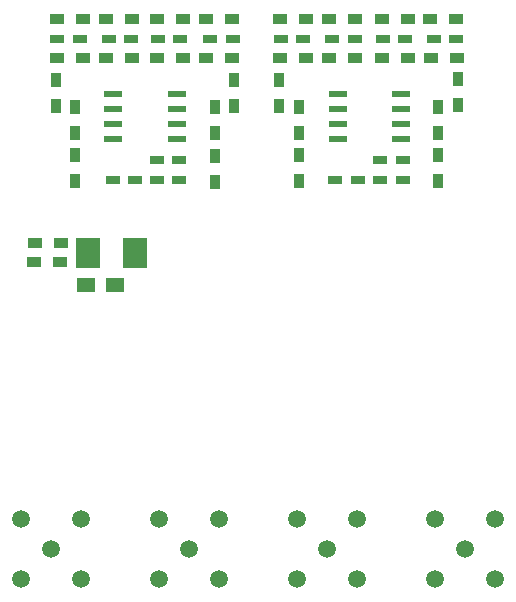
<source format=gbp>
G04 #@! TF.FileFunction,Paste,Bot*
%FSLAX46Y46*%
G04 Gerber Fmt 4.6, Leading zero omitted, Abs format (unit mm)*
G04 Created by KiCad (PCBNEW 4.0.7) date 04/28/18 13:58:35*
%MOMM*%
%LPD*%
G01*
G04 APERTURE LIST*
%ADD10C,0.100000*%
%ADD11C,1.506220*%
%ADD12R,1.550000X0.600000*%
%ADD13R,1.200000X0.750000*%
%ADD14R,1.500000X1.250000*%
%ADD15R,0.900000X1.200000*%
%ADD16R,1.200000X0.900000*%
%ADD17R,2.000000X2.500000*%
G04 APERTURE END LIST*
D10*
D11*
X159512000Y-140716000D03*
X162052000Y-138176000D03*
X162052000Y-143256000D03*
X156972000Y-138176000D03*
X156972000Y-143256000D03*
X136144000Y-140716000D03*
X138684000Y-138176000D03*
X138684000Y-143256000D03*
X133604000Y-138176000D03*
X133604000Y-143256000D03*
X147828000Y-140716000D03*
X150368000Y-138176000D03*
X150368000Y-143256000D03*
X145288000Y-138176000D03*
X145288000Y-143256000D03*
X171196000Y-140716000D03*
X173736000Y-138176000D03*
X173736000Y-143256000D03*
X168656000Y-138176000D03*
X168656000Y-143256000D03*
D12*
X141412000Y-106045000D03*
X141412000Y-104775000D03*
X141412000Y-103505000D03*
X141412000Y-102235000D03*
X146812000Y-102235000D03*
X146812000Y-103505000D03*
X146812000Y-104775000D03*
X146812000Y-106045000D03*
X160401000Y-106045000D03*
X160401000Y-104775000D03*
X160401000Y-103505000D03*
X160401000Y-102235000D03*
X165801000Y-102235000D03*
X165801000Y-103505000D03*
X165801000Y-104775000D03*
X165801000Y-106045000D03*
D13*
X136652000Y-97536000D03*
X138552000Y-97536000D03*
X155575000Y-97536000D03*
X157475000Y-97536000D03*
X147000000Y-107823000D03*
X145100000Y-107823000D03*
X165923000Y-107823000D03*
X164023000Y-107823000D03*
X141351000Y-109474000D03*
X143251000Y-109474000D03*
X160213000Y-109474000D03*
X162113000Y-109474000D03*
X142936000Y-97536000D03*
X141036000Y-97536000D03*
X161859000Y-97536000D03*
X159959000Y-97536000D03*
D14*
X139085000Y-118364000D03*
X141585000Y-118364000D03*
D13*
X151511000Y-97536000D03*
X149611000Y-97536000D03*
X170429000Y-97536000D03*
X168529000Y-97536000D03*
X147000000Y-109474000D03*
X145100000Y-109474000D03*
X165923000Y-109474000D03*
X164023000Y-109474000D03*
X145161000Y-97536000D03*
X147061000Y-97536000D03*
X164216000Y-97536000D03*
X166116000Y-97536000D03*
D15*
X136525000Y-101008000D03*
X136525000Y-103208000D03*
X155448000Y-101051000D03*
X155448000Y-103251000D03*
D16*
X136631500Y-99187000D03*
X138831500Y-99187000D03*
X155491000Y-99187000D03*
X157691000Y-99187000D03*
X136652000Y-95885000D03*
X138852000Y-95885000D03*
X155491000Y-95885000D03*
X157691000Y-95885000D03*
D15*
X138176000Y-109558000D03*
X138176000Y-107358000D03*
X157099000Y-109558000D03*
X157099000Y-107358000D03*
D16*
X140759000Y-95885000D03*
X142959000Y-95885000D03*
X159682000Y-95885000D03*
X161882000Y-95885000D03*
X142959000Y-99187000D03*
X140759000Y-99187000D03*
X161882000Y-99187000D03*
X159682000Y-99187000D03*
D15*
X138176000Y-105494000D03*
X138176000Y-103294000D03*
X157099000Y-105494000D03*
X157099000Y-103294000D03*
D16*
X136947000Y-114808000D03*
X134747000Y-114808000D03*
X134706000Y-116459000D03*
X136906000Y-116459000D03*
D15*
X151638000Y-101051000D03*
X151638000Y-103251000D03*
X170561000Y-100965000D03*
X170561000Y-103165000D03*
D16*
X151468000Y-99187000D03*
X149268000Y-99187000D03*
X170475000Y-99187000D03*
X168275000Y-99187000D03*
X151468000Y-95885000D03*
X149268000Y-95885000D03*
X170434000Y-95885000D03*
X168234000Y-95885000D03*
D15*
X149987000Y-109642000D03*
X149987000Y-107442000D03*
X168910000Y-109558000D03*
X168910000Y-107358000D03*
D16*
X147320000Y-95885000D03*
X145120000Y-95885000D03*
X166327000Y-95885000D03*
X164127000Y-95885000D03*
X145120000Y-99187000D03*
X147320000Y-99187000D03*
X164127000Y-99187000D03*
X166327000Y-99187000D03*
D15*
X149987000Y-105494000D03*
X149987000Y-103294000D03*
X168910000Y-105494000D03*
X168910000Y-103294000D03*
D17*
X139224000Y-115697000D03*
X143224000Y-115697000D03*
M02*

</source>
